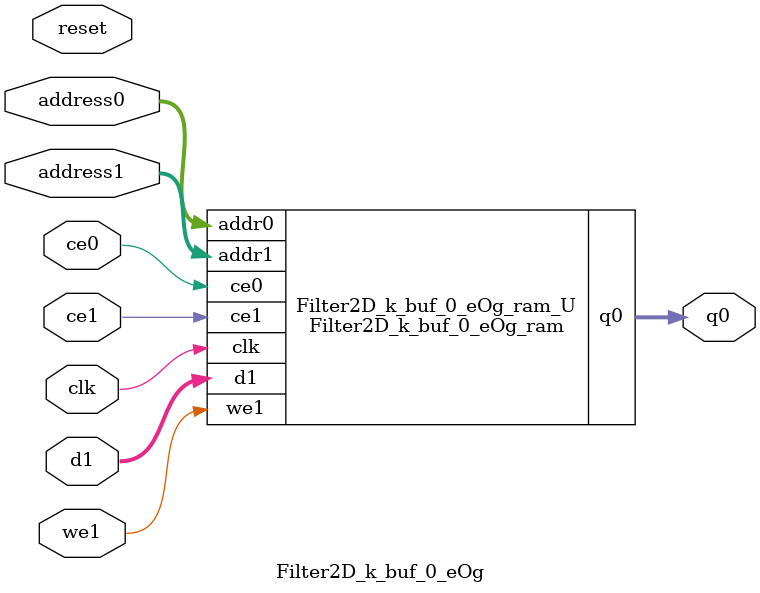
<source format=v>
`timescale 1 ns / 1 ps
module Filter2D_k_buf_0_eOg_ram (addr0, ce0, q0, addr1, ce1, d1, we1,  clk);

parameter DWIDTH = 8;
parameter AWIDTH = 11;
parameter MEM_SIZE = 1920;

input[AWIDTH-1:0] addr0;
input ce0;
output reg[DWIDTH-1:0] q0;
input[AWIDTH-1:0] addr1;
input ce1;
input[DWIDTH-1:0] d1;
input we1;
input clk;

(* ram_style = "block" *)reg [DWIDTH-1:0] ram[0:MEM_SIZE-1];




always @(posedge clk)  
begin 
    if (ce0) 
    begin
        q0 <= ram[addr0];
    end
end


always @(posedge clk)  
begin 
    if (ce1) 
    begin
        if (we1) 
        begin 
            ram[addr1] <= d1; 
        end 
    end
end


endmodule

`timescale 1 ns / 1 ps
module Filter2D_k_buf_0_eOg(
    reset,
    clk,
    address0,
    ce0,
    q0,
    address1,
    ce1,
    we1,
    d1);

parameter DataWidth = 32'd8;
parameter AddressRange = 32'd1920;
parameter AddressWidth = 32'd11;
input reset;
input clk;
input[AddressWidth - 1:0] address0;
input ce0;
output[DataWidth - 1:0] q0;
input[AddressWidth - 1:0] address1;
input ce1;
input we1;
input[DataWidth - 1:0] d1;



Filter2D_k_buf_0_eOg_ram Filter2D_k_buf_0_eOg_ram_U(
    .clk( clk ),
    .addr0( address0 ),
    .ce0( ce0 ),
    .q0( q0 ),
    .addr1( address1 ),
    .ce1( ce1 ),
    .we1( we1 ),
    .d1( d1 ));

endmodule


</source>
